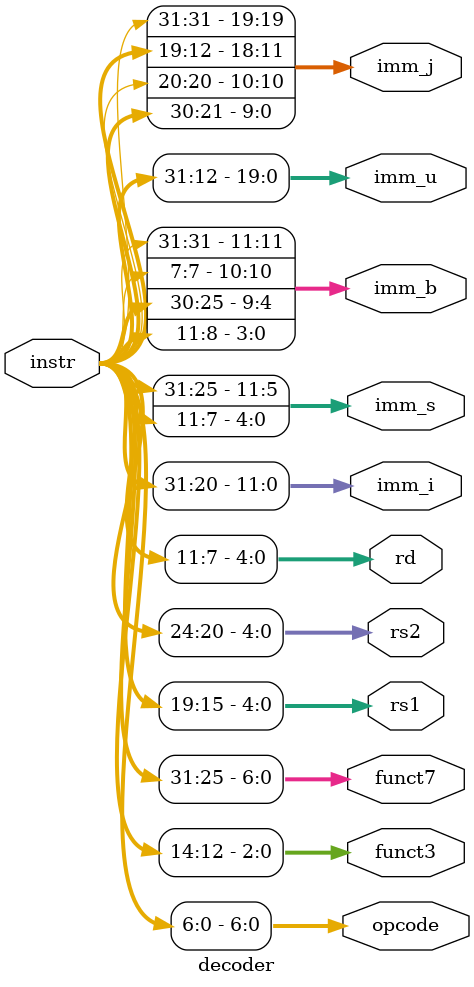
<source format=sv>
`ifndef __DECODER_SV
`define __DECODER_SV

`include "types.sv"

module decoder(
  input wire [31:0] instr,
  output wire [6:0] opcode,
  output wire [2:0] funct3,
  output wire [6:0] funct7,
  output wire [4:0] rs1,
  output wire [4:0] rs2,
  output wire [4:0] rd,
  output wire [11:0] imm_i,
  output wire [11:0] imm_s,
  output wire [11:0] imm_b,
  output wire [19:0] imm_u,
  output wire [19:0] imm_j
);
  assign opcode = instr[6:0];
  assign funct3 = instr[14:12];
  assign funct7 = instr[31:25];
  assign rs1 = instr[19:15];
  assign rs2 = instr[24:20];
  assign rd = instr[11:7];
  assign imm_i = instr[31:20];
  assign imm_s = {instr[31:25], instr[11:7]};
  assign imm_b = {instr[31], instr[7], instr[30:25], instr[11:8]};
  assign imm_u = instr[31:12];
  assign imm_j = {instr[31], instr[19:12], instr[20], instr[30:21]};
endmodule

`endif

</source>
